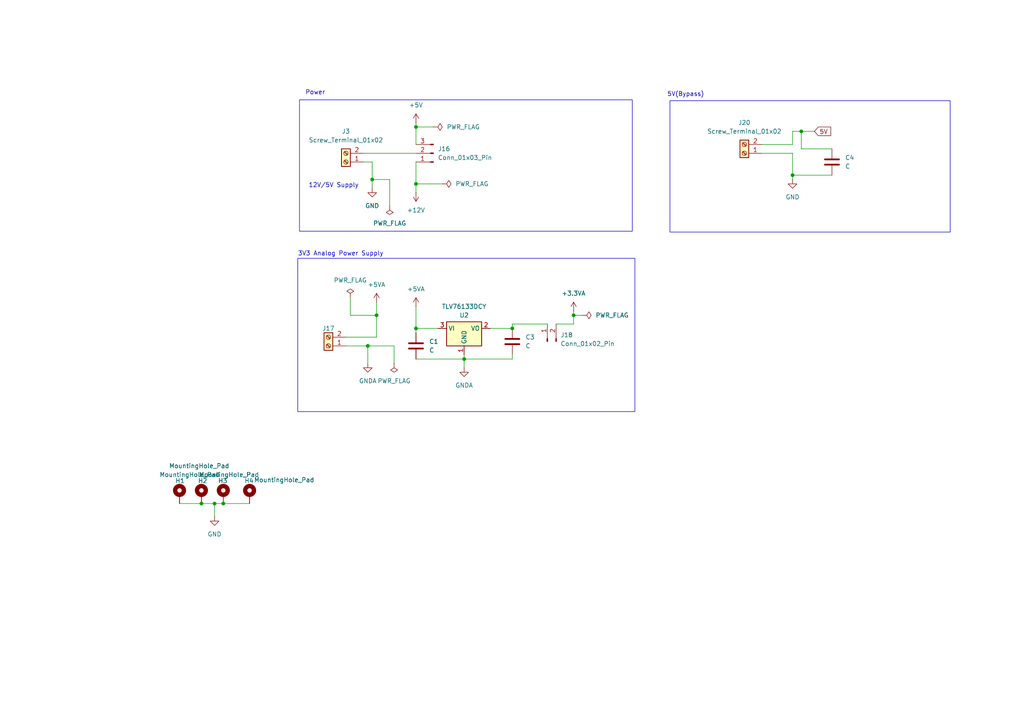
<source format=kicad_sch>
(kicad_sch (version 20231120) (generator "eeschema") (generator_version "8.0")
  (paper "A4")
  (lib_symbols
    (symbol "Connector:Conn_01x02_Pin" (pin_names (offset 1.016) hide)
      (property "Reference" "J" (at 0 2.54 0))
      (property "Value" "Conn_01x02_Pin" (at 0 -5.08 0))
      (symbol "Conn_01x02_Pin_1_1"
        (polyline (pts (xy 1.27 -2.54) (xy 0.8636 -2.54)) (stroke (width 0.1524)))
        (polyline (pts (xy 1.27 0) (xy 0.8636 0)) (stroke (width 0.1524)))
        (rectangle (start 0.8636 -2.413) (end 0 -2.667) (stroke (width 0.1524)) (fill (type outline)))
        (rectangle (start 0.8636 0.127) (end 0 -0.127) (stroke (width 0.1524)) (fill (type outline)))
        (pin passive line (at 5.08 0 180) (length 3.81) (name "Pin_1") (number "1"))
        (pin passive line (at 5.08 -2.54 180) (length 3.81) (name "Pin_2") (number "2"))
      )
    )
    (symbol "Connector:Conn_01x03_Pin" (pin_names (offset 1.016) hide)
      (property "Reference" "J" (at 0 5.08 0))
      (property "Value" "Conn_01x03_Pin" (at 0 -5.08 0))
      (symbol "Conn_01x03_Pin_1_1"
        (polyline (pts (xy 1.27 -2.54) (xy 0.8636 -2.54)) (stroke (width 0.1524)))
        (polyline (pts (xy 1.27 0) (xy 0.8636 0)) (stroke (width 0.1524)))
        (polyline (pts (xy 1.27 2.54) (xy 0.8636 2.54)) (stroke (width 0.1524)))
        (rectangle (start 0.8636 -2.413) (end 0 -2.667) (stroke (width 0.1524)) (fill (type outline)))
        (rectangle (start 0.8636 0.127) (end 0 -0.127) (stroke (width 0.1524)) (fill (type outline)))
        (rectangle (start 0.8636 2.667) (end 0 2.413) (stroke (width 0.1524)) (fill (type outline)))
        (pin passive line (at 5.08 2.54 180) (length 3.81) (name "Pin_1") (number "1"))
        (pin passive line (at 5.08 0 180) (length 3.81) (name "Pin_2") (number "2"))
        (pin passive line (at 5.08 -2.54 180) (length 3.81) (name "Pin_3") (number "3"))
      )
    )
    (symbol "Connector:Screw_Terminal_01x02" (pin_names (offset 1.016) hide)
      (property "Reference" "J" (at 0 2.54 0))
      (property "Value" "Screw_Terminal_01x02" (at 0 -5.08 0))
      (symbol "Screw_Terminal_01x02_1_1"
        (rectangle (start -1.27 1.27) (end 1.27 -3.81) (stroke (width 0.254)) (fill (type background)))
        (circle (center 0 -2.54) (radius 0.635) (stroke (width 0.1524)))
        (polyline (pts (xy -0.5334 -2.2098) (xy 0.3302 -3.048)) (stroke (width 0.1524)))
        (polyline (pts (xy -0.5334 0.3302) (xy 0.3302 -0.508)) (stroke (width 0.1524)))
        (polyline (pts (xy -0.3556 -2.032) (xy 0.508 -2.8702)) (stroke (width 0.1524)))
        (polyline (pts (xy -0.3556 0.508) (xy 0.508 -0.3302)) (stroke (width 0.1524)))
        (circle (center 0 0) (radius 0.635) (stroke (width 0.1524)))
        (pin passive line (at -5.08 0 0) (length 3.81) (name "Pin_1") (number "1"))
        (pin passive line (at -5.08 -2.54 0) (length 3.81) (name "Pin_2") (number "2"))
      )
    )
    (symbol "Device:C" (pin_numbers hide) (pin_names (offset 0.254))
      (property "Reference" "C" (at 0.635 2.54 0))
      (property "Value" "C" (at 0.635 -2.54 0))
      (symbol "C_0_1"
        (polyline (pts (xy -2.032 -0.762) (xy 2.032 -0.762)) (stroke (width 0.508)))
        (polyline (pts (xy -2.032 0.762) (xy 2.032 0.762)) (stroke (width 0.508)))
      )
      (symbol "C_1_1"
        (pin passive line (at 0 3.81 270) (length 2.794) (name "~") (number "1"))
        (pin passive line (at 0 -3.81 90) (length 2.794) (name "~") (number "2"))
      )
    )
    (symbol "Mechanical:MountingHole_Pad" (pin_numbers hide) (pin_names (offset 1.016) hide) (exclude_from_sim yes) (in_bom no)
      (property "Reference" "H" (at 0 6.35 0))
      (property "Value" "MountingHole_Pad" (at 0 4.445 0))
      (symbol "MountingHole_Pad_0_1"
        (circle (center 0 1.27) (radius 1.27) (stroke (width 1.27)))
      )
      (symbol "MountingHole_Pad_1_1"
        (pin input line (at 0 -2.54 90) (length 2.54) (name "1") (number "1"))
      )
    )
    (symbol "Regulator_Linear:TLV76133DCY"
      (property "Reference" "U" (at -7.62 6.35 0))
      (property "Value" "TLV76133DCY" (at -1.27 6.35 0))
      (symbol "TLV76133DCY_0_1"
        (rectangle (start -5.08 -5.08) (end 5.08 1.905) (stroke (width 0.254)) (fill (type background)))
      )
      (symbol "TLV76133DCY_1_1"
        (pin power_in line (at 0 -7.62 90) (length 2.54) (name "GND") (number "1"))
        (pin power_out line (at 7.62 0 180) (length 2.54) (name "VO") (number "2"))
        (pin power_in line (at -7.62 0 0) (length 2.54) (name "VI") (number "3"))
      )
    )
    (symbol "power:+12V" (power) (pin_numbers hide) (pin_names (offset 0) hide)
      (property "Value" "+12V" (at 0 3.556 0))
      (symbol "+12V_0_1"
        (polyline (pts (xy -0.762 1.27) (xy 0 2.54)))
        (polyline (pts (xy 0 0) (xy 0 2.54)))
        (polyline (pts (xy 0 2.54) (xy 0.762 1.27)))
      )
      (symbol "+12V_1_1"
        (pin power_in line (at 0 0 90) (length 0) (name "~") (number "1"))
      )
    )
    (symbol "power:+3.3VA" (power) (pin_numbers hide) (pin_names (offset 0) hide)
      (property "Value" "+3.3VA" (at 0 3.556 0))
      (symbol "+3.3VA_0_1"
        (polyline (pts (xy -0.762 1.27) (xy 0 2.54)))
        (polyline (pts (xy 0 0) (xy 0 2.54)))
        (polyline (pts (xy 0 2.54) (xy 0.762 1.27)))
      )
      (symbol "+3.3VA_1_1"
        (pin power_in line (at 0 0 90) (length 0) (name "~") (number "1"))
      )
    )
    (symbol "power:+5V" (power) (pin_numbers hide) (pin_names (offset 0) hide)
      (property "Value" "+5V" (at 0 3.556 0))
      (symbol "+5V_0_1"
        (polyline (pts (xy -0.762 1.27) (xy 0 2.54)))
        (polyline (pts (xy 0 0) (xy 0 2.54)))
        (polyline (pts (xy 0 2.54) (xy 0.762 1.27)))
      )
      (symbol "+5V_1_1"
        (pin power_in line (at 0 0 90) (length 0) (name "~") (number "1"))
      )
    )
    (symbol "power:+5VA" (power) (pin_numbers hide) (pin_names (offset 0) hide)
      (property "Value" "+5VA" (at 0 3.556 0))
      (symbol "+5VA_0_1"
        (polyline (pts (xy -0.762 1.27) (xy 0 2.54)))
        (polyline (pts (xy 0 0) (xy 0 2.54)))
        (polyline (pts (xy 0 2.54) (xy 0.762 1.27)))
      )
      (symbol "+5VA_1_1"
        (pin power_in line (at 0 0 90) (length 0) (name "~") (number "1"))
      )
    )
    (symbol "power:GND" (power) (pin_numbers hide) (pin_names (offset 0) hide)
      (property "Value" "GND" (at 0 -3.81 0))
      (symbol "GND_0_1"
        (polyline (pts (xy 0 0) (xy 0 -1.27) (xy 1.27 -1.27) (xy 0 -2.54) (xy -1.27 -1.27) (xy 0 -1.27)))
      )
      (symbol "GND_1_1"
        (pin power_in line (at 0 0 270) (length 0) (name "~") (number "1"))
      )
    )
    (symbol "power:GNDA" (power) (pin_numbers hide) (pin_names (offset 0) hide)
      (property "Value" "GNDA" (at 0 -3.81 0))
      (symbol "GNDA_0_1"
        (polyline (pts (xy 0 0) (xy 0 -1.27) (xy 1.27 -1.27) (xy 0 -2.54) (xy -1.27 -1.27) (xy 0 -1.27)))
      )
      (symbol "GNDA_1_1"
        (pin power_in line (at 0 0 270) (length 0) (name "~") (number "1"))
      )
    )
    (symbol "power:PWR_FLAG" (power) (pin_numbers hide) (pin_names (offset 0) hide)
      (property "Value" "PWR_FLAG" (at 0 3.81 0))
      (symbol "PWR_FLAG_0_0"
        (pin power_out line (at 0 0 90) (length 0) (name "~") (number "1"))
      )
      (symbol "PWR_FLAG_0_1"
        (polyline (pts (xy 0 0) (xy 0 1.27) (xy -1.016 1.905) (xy 0 2.54) (xy 1.016 1.905) (xy 0 1.27)))
      )
    )
  )
  (junction (at 148.59 95.25))
  (junction (at 120.65 36.83))
  (junction (at 232.41 38.1))
  (junction (at 134.62 104.14))
  (junction (at 58.42 146.05))
  (junction (at 62.23 146.05))
  (junction (at 109.22 91.44))
  (junction (at 107.95 52.07))
  (junction (at 229.87 50.8))
  (junction (at 120.65 95.25))
  (junction (at 166.37 91.44))
  (junction (at 106.68 100.33))
  (junction (at 120.65 53.34))
  (junction (at 64.77 146.05))
  (wire (pts (xy 120.65 88.9) (xy 120.65 95.25)))
  (wire (pts (xy 120.65 36.83) (xy 125.73 36.83)))
  (wire (pts (xy 113.03 52.07) (xy 107.95 52.07)))
  (wire (pts (xy 106.68 100.33) (xy 106.68 105.41)))
  (wire (pts (xy 229.87 50.8) (xy 241.3 50.8)))
  (wire (pts (xy 166.37 91.44) (xy 166.37 93.98)))
  (wire (pts (xy 120.65 104.14) (xy 134.62 104.14)))
  (wire (pts (xy 62.23 146.05) (xy 62.23 149.86)))
  (wire (pts (xy 148.59 102.87) (xy 148.59 104.14)))
  (wire (pts (xy 100.33 100.33) (xy 106.68 100.33)))
  (wire (pts (xy 158.75 93.98) (xy 148.59 93.98)))
  (wire (pts (xy 166.37 91.44) (xy 168.91 91.44)))
  (wire (pts (xy 134.62 104.14) (xy 134.62 106.68)))
  (wire (pts (xy 232.41 38.1) (xy 236.22 38.1)))
  (wire (pts (xy 109.22 91.44) (xy 109.22 97.79)))
  (wire (pts (xy 232.41 43.18) (xy 232.41 38.1)))
  (wire (pts (xy 120.65 36.83) (xy 120.65 41.91)))
  (wire (pts (xy 109.22 97.79) (xy 100.33 97.79)))
  (wire (pts (xy 101.6 86.36) (xy 101.6 91.44)))
  (wire (pts (xy 229.87 38.1) (xy 232.41 38.1)))
  (wire (pts (xy 52.07 146.05) (xy 58.42 146.05)))
  (wire (pts (xy 107.95 46.99) (xy 107.95 52.07)))
  (wire (pts (xy 148.59 93.98) (xy 148.59 95.25)))
  (wire (pts (xy 134.62 104.14) (xy 134.62 102.87)))
  (wire (pts (xy 64.77 146.05) (xy 72.39 146.05)))
  (wire (pts (xy 101.6 91.44) (xy 109.22 91.44)))
  (wire (pts (xy 113.03 59.69) (xy 113.03 52.07)))
  (wire (pts (xy 58.42 146.05) (xy 62.23 146.05)))
  (wire (pts (xy 120.65 46.99) (xy 120.65 53.34)))
  (wire (pts (xy 62.23 146.05) (xy 64.77 146.05)))
  (wire (pts (xy 120.65 53.34) (xy 128.27 53.34)))
  (wire (pts (xy 241.3 43.18) (xy 232.41 43.18)))
  (wire (pts (xy 105.41 44.45) (xy 120.65 44.45)))
  (wire (pts (xy 120.65 35.56) (xy 120.65 36.83)))
  (wire (pts (xy 114.3 100.33) (xy 106.68 100.33)))
  (wire (pts (xy 166.37 90.17) (xy 166.37 91.44)))
  (wire (pts (xy 229.87 41.91) (xy 229.87 38.1)))
  (wire (pts (xy 109.22 87.63) (xy 109.22 91.44)))
  (wire (pts (xy 161.29 93.98) (xy 166.37 93.98)))
  (wire (pts (xy 148.59 104.14) (xy 134.62 104.14)))
  (wire (pts (xy 107.95 52.07) (xy 107.95 54.61)))
  (wire (pts (xy 220.98 41.91) (xy 229.87 41.91)))
  (wire (pts (xy 107.95 46.99) (xy 105.41 46.99)))
  (wire (pts (xy 229.87 50.8) (xy 229.87 52.07)))
  (wire (pts (xy 114.3 105.41) (xy 114.3 100.33)))
  (wire (pts (xy 229.87 44.45) (xy 229.87 50.8)))
  (wire (pts (xy 120.65 95.25) (xy 127 95.25)))
  (wire (pts (xy 142.24 95.25) (xy 148.59 95.25)))
  (wire (pts (xy 120.65 53.34) (xy 120.65 55.88)))
  (wire (pts (xy 120.65 95.25) (xy 120.65 96.52)))
  (wire (pts (xy 220.98 44.45) (xy 229.87 44.45)))
  (rectangle (start 86.868 28.956) (end 183.388 67.056))
  (rectangle (start 194.31 29.21) (end 275.59 67.31))
  (rectangle (start 86.36 74.93) (end 184.15 119.38))
  (text "5V(Bypass)" (at 198.882 27.432 0) (effects (font (size 1.27 1.27))))
  (text "12V/5V Supply\n" (at 96.774 53.848 0) (effects (font (size 1.27 1.27))))
  (text "Power\n" (at 91.44 26.924 0) (effects (font (size 1.27 1.27))))
  (text "3V3 Analog Power Supply" (at 98.806 73.66 0) (effects (font (size 1.27 1.27))))
  (global_label "5V" (shape input) (at 236.22 38.1 0) (property "Intersheetrefs" "${INTERSHEET_REFS}" (effects (hide yes))))
  (symbol (lib_id "power:GNDA") (at 134.62 106.68 0) (unit 1)
    (property "Reference" "#PWR016" (effects (hide yes)))
    (property "Value" "GNDA" (at 134.62 111.76 0))
    (property "Description" "Power symbol creates a global label with name \"GNDA\" , analog ground" (effects (hide yes)))
  )
  (symbol (lib_id "Connector:Screw_Terminal_01x02") (at 100.33 46.99 180) (unit 1)
    (property "Reference" "J3" (at 100.33 38.1 0))
    (property "Value" "Screw_Terminal_01x02" (at 100.33 40.64 0))
    (property "Footprint" "TerminalBlock_Phoenix:TerminalBlock_Phoenix_MKDS-1,5-2-5.08_1x02_P5.08mm_Horizontal" (effects (hide yes)))
    (property "Description" "Generic screw terminal, single row, 01x02, script generated (kicad-library-utils/schlib/autogen/connector/)" (effects (hide yes)))
  )
  (symbol (lib_id "power:+5V") (at 120.65 35.56 0) (unit 1)
    (property "Reference" "#PWR07" (effects (hide yes)))
    (property "Value" "+5V" (at 120.65 30.48 0))
    (property "Description" "Power symbol creates a global label with name \"+5V\"" (effects (hide yes)))
  )
  (symbol (lib_id "power:GND") (at 229.87 52.07 0) (unit 1)
    (property "Reference" "#PWR017" (effects (hide yes)))
    (property "Value" "GND" (at 229.87 57.15 0))
    (property "Description" "Power symbol creates a global label with name \"GND\" , ground" (effects (hide yes)))
  )
  (symbol (lib_id "Connector:Screw_Terminal_01x02") (at 215.9 44.45 180) (unit 1)
    (property "Reference" "J20" (at 215.9 35.56 0))
    (property "Value" "Screw_Terminal_01x02" (at 215.9 38.1 0))
    (property "Footprint" "TerminalBlock_Phoenix:TerminalBlock_Phoenix_MKDS-1,5-2-5.08_1x02_P5.08mm_Horizontal" (effects (hide yes)))
    (property "Description" "Generic screw terminal, single row, 01x02, script generated (kicad-library-utils/schlib/autogen/connector/)" (effects (hide yes)))
  )
  (symbol (lib_id "Device:C") (at 241.3 46.99 0) (unit 1)
    (property "Reference" "C4" (at 245.11 45.7199 0) (effects (justify left)))
    (property "Value" "C" (at 245.11 48.2599 0) (effects (justify left)))
    (property "Footprint" "Capacitor_THT:CP_Radial_D12.5mm_P7.50mm" (effects (hide yes)))
    (property "Description" "Unpolarized capacitor" (effects (hide yes)))
  )
  (symbol (lib_id "Mechanical:MountingHole_Pad") (at 72.39 143.51 0) (unit 1) (exclude_from_sim yes) (in_bom no)
    (property "Reference" "H4" (at 70.866 139.446 0) (effects (justify left)))
    (property "Value" "MountingHole_Pad" (at 73.66 139.192 0) (effects (justify left)))
    (property "Footprint" "MountingHole:MountingHole_3.2mm_M3_ISO7380_Pad" (effects (hide yes)))
    (property "Description" "Mounting Hole with connection" (effects (hide yes)))
  )
  (symbol (lib_id "Connector:Conn_01x02_Pin") (at 158.75 99.06 90) (unit 1)
    (property "Reference" "J18" (at 162.56 97.1549 90) (effects (justify right)))
    (property "Value" "Conn_01x02_Pin" (at 162.56 99.6949 90) (effects (justify right)))
    (property "Footprint" "Connector_PinHeader_2.54mm:PinHeader_1x02_P2.54mm_Vertical" (effects (hide yes)))
    (property "Description" "Generic connector, single row, 01x02, script generated" (effects (hide yes)))
  )
  (symbol (lib_id "Mechanical:MountingHole_Pad") (at 58.42 143.51 0) (unit 1) (exclude_from_sim yes) (in_bom no)
    (property "Reference" "H2" (at 57.404 139.446 0) (effects (justify left)))
    (property "Value" "MountingHole_Pad" (at 49.022 135.128 0) (effects (justify left)))
    (property "Footprint" "MountingHole:MountingHole_3.2mm_M3_ISO7380_Pad" (effects (hide yes)))
    (property "Description" "Mounting Hole with connection" (effects (hide yes)))
  )
  (symbol (lib_id "Device:C") (at 120.65 100.33 0) (unit 1)
    (property "Reference" "C1" (at 124.46 99.0599 0) (effects (justify left)))
    (property "Value" "C" (at 124.46 101.5999 0) (effects (justify left)))
    (property "Footprint" "Capacitor_THT:CP_Radial_D12.5mm_P7.50mm" (effects (hide yes)))
    (property "Description" "Unpolarized capacitor" (effects (hide yes)))
  )
  (symbol (lib_id "power:+5VA") (at 120.65 88.9 0) (unit 1)
    (property "Reference" "#PWR014" (effects (hide yes)))
    (property "Value" "+5VA" (at 120.65 83.82 0))
    (property "Description" "Power symbol creates a global label with name \"+5VA\"" (effects (hide yes)))
  )
  (symbol (lib_id "power:+12V") (at 120.65 55.88 180) (unit 1)
    (property "Reference" "#PWR02" (effects (hide yes)))
    (property "Value" "+12V" (at 120.65 60.96 0))
    (property "Description" "Power symbol creates a global label with name \"+12V\"" (effects (hide yes)))
  )
  (symbol (lib_id "Device:C") (at 148.59 99.06 0) (unit 1)
    (property "Reference" "C3" (at 152.4 97.7899 0) (effects (justify left)))
    (property "Value" "C" (at 152.4 100.3299 0) (effects (justify left)))
    (property "Footprint" "Capacitor_THT:CP_Radial_D12.5mm_P7.50mm" (effects (hide yes)))
    (property "Description" "Unpolarized capacitor" (effects (hide yes)))
  )
  (symbol (lib_id "power:PWR_FLAG") (at 114.3 105.41 180) (unit 1)
    (property "Reference" "#FLG05" (effects (hide yes)))
    (property "Value" "PWR_FLAG" (at 114.3 110.49 0))
    (property "Description" "Special symbol for telling ERC where power comes from" (effects (hide yes)))
  )
  (symbol (lib_id "Mechanical:MountingHole_Pad") (at 52.07 143.51 0) (mirror y) (unit 1) (exclude_from_sim yes) (in_bom no)
    (property "Reference" "H1" (at 53.594 139.446 0) (effects (justify left)))
    (property "Value" "MountingHole_Pad" (at 63.754 137.668 0) (effects (justify left)))
    (property "Footprint" "MountingHole:MountingHole_3.2mm_M3_ISO7380_Pad" (effects (hide yes)))
    (property "Description" "Mounting Hole with connection" (effects (hide yes)))
  )
  (symbol (lib_id "power:+5VA") (at 109.22 87.63 0) (unit 1)
    (property "Reference" "#PWR012" (effects (hide yes)))
    (property "Value" "+5VA" (at 109.22 82.55 0))
    (property "Description" "Power symbol creates a global label with name \"+5VA\"" (effects (hide yes)))
  )
  (symbol (lib_id "power:GND") (at 62.23 149.86 0) (mirror y) (unit 1)
    (property "Reference" "#PWR01" (effects (hide yes)))
    (property "Value" "GND" (at 62.23 154.94 0))
    (property "Description" "Power symbol creates a global label with name \"GND\" , ground" (effects (hide yes)))
  )
  (symbol (lib_id "power:GNDA") (at 106.68 105.41 0) (unit 1)
    (property "Reference" "#PWR013" (effects (hide yes)))
    (property "Value" "GNDA" (at 106.68 110.49 0))
    (property "Description" "Power symbol creates a global label with name \"GNDA\" , analog ground" (effects (hide yes)))
  )
  (symbol (lib_id "power:GND") (at 107.95 54.61 0) (unit 1)
    (property "Reference" "#PWR04" (effects (hide yes)))
    (property "Value" "GND" (at 107.95 59.69 0))
    (property "Description" "Power symbol creates a global label with name \"GND\" , ground" (effects (hide yes)))
  )
  (symbol (lib_id "power:+3.3VA") (at 166.37 90.17 0) (unit 1)
    (property "Reference" "#PWR015" (effects (hide yes)))
    (property "Value" "+3.3VA" (at 166.37 85.09 0))
    (property "Description" "Power symbol creates a global label with name \"+3.3VA\"" (effects (hide yes)))
  )
  (symbol (lib_id "power:PWR_FLAG") (at 101.6 86.36 0) (unit 1)
    (property "Reference" "#FLG03" (effects (hide yes)))
    (property "Value" "PWR_FLAG" (at 101.6 81.28 0))
    (property "Description" "Special symbol for telling ERC where power comes from" (effects (hide yes)))
  )
  (symbol (lib_id "power:PWR_FLAG") (at 168.91 91.44 270) (unit 1)
    (property "Reference" "#FLG04" (effects (hide yes)))
    (property "Value" "PWR_FLAG" (at 172.72 91.4399 90) (effects (justify left)))
    (property "Description" "Special symbol for telling ERC where power comes from" (effects (hide yes)))
  )
  (symbol (lib_id "power:PWR_FLAG") (at 125.73 36.83 270) (unit 1)
    (property "Reference" "#FLG06" (effects (hide yes)))
    (property "Value" "PWR_FLAG" (at 129.54 36.8299 90) (effects (justify left)))
    (property "Description" "Special symbol for telling ERC where power comes from" (effects (hide yes)))
  )
  (symbol (lib_id "Mechanical:MountingHole_Pad") (at 64.77 143.51 0) (unit 1) (exclude_from_sim yes) (in_bom no)
    (property "Reference" "H3" (at 63.246 139.446 0) (effects (justify left)))
    (property "Value" "MountingHole_Pad" (at 57.658 137.668 0) (effects (justify left)))
    (property "Footprint" "MountingHole:MountingHole_3.2mm_M3_ISO7380_Pad" (effects (hide yes)))
    (property "Description" "Mounting Hole with connection" (effects (hide yes)))
  )
  (symbol (lib_id "power:PWR_FLAG") (at 113.03 59.69 180) (unit 1)
    (property "Reference" "#FLG02" (effects (hide yes)))
    (property "Value" "PWR_FLAG" (at 113.03 64.77 0))
    (property "Description" "Special symbol for telling ERC where power comes from" (effects (hide yes)))
  )
  (symbol (lib_id "power:PWR_FLAG") (at 128.27 53.34 270) (unit 1)
    (property "Reference" "#FLG01" (effects (hide yes)))
    (property "Value" "PWR_FLAG" (at 132.08 53.3399 90) (effects (justify left)))
    (property "Description" "Special symbol for telling ERC where power comes from" (effects (hide yes)))
  )
  (symbol (lib_id "Connector:Conn_01x03_Pin") (at 125.73 44.45 180) (unit 1)
    (property "Reference" "J16" (at 127 43.1799 0) (effects (justify right)))
    (property "Value" "Conn_01x03_Pin" (at 127 45.7199 0) (effects (justify right)))
    (property "Footprint" "Connector_PinHeader_2.54mm:PinHeader_1x03_P2.54mm_Vertical" (effects (hide yes)))
    (property "Description" "Generic connector, single row, 01x03, script generated" (effects (hide yes)))
  )
  (symbol (lib_id "Connector:Screw_Terminal_01x02") (at 95.25 100.33 180) (unit 1)
    (property "Reference" "J17" (at 95.25 95.25 0))
    (property "Value" "Screw_Terminal_01x02" (effects (hide yes)))
    (property "Footprint" "TerminalBlock_Phoenix:TerminalBlock_Phoenix_MKDS-1,5-2-5.08_1x02_P5.08mm_Horizontal" (effects (hide yes)))
    (property "Description" "Generic screw terminal, single row, 01x02, script generated (kicad-library-utils/schlib/autogen/connector/)" (effects (hide yes)))
  )
  (symbol (lib_id "Regulator_Linear:TLV76133DCY") (at 134.62 95.25 0) (unit 1)
    (property "Reference" "U2" (at 134.62 91.44 0))
    (property "Value" "TLV76133DCY" (at 134.62 88.9 0))
    (property "Footprint" "Package_TO_SOT_SMD:SOT-223-3_TabPin2" (effects (hide yes)))
    (property "Datasheet" "https://www.ti.com/lit/ds/symlink/tlv761.pdf" (effects (hide yes)))
    (property "Description" "3.3V, 1A, Low Noise, High-PSRR LDO Regulator, 2.5V...16V input, SOT-223" (effects (hide yes)))
  )
  (sheet (at 15.24 222.25) (size 99.06 72.39) (stroke (width 0.1524))
    (property "Sheetname" "Pheripherals" (at 15.24 221.5384 0) (effects (justify left bottom)))
    (property "Sheetfile" "untitled.kicad_sch" (at 15.24 295.2246 0) (effects (justify left top)))
  )
  (sheet (at 137.16 227.33) (size 120.65 66.04) (stroke (width 0.1524))
    (property "Sheetname" "Connection" (at 137.16 226.6184 0) (effects (justify left bottom)))
    (property "Sheetfile" "Connection.kicad_sch" (at 137.16 293.9546 0) (effects (justify left top)))
  )
  (sheet (at -86.36 219.71) (size 90.17 88.9) (stroke (width 0.1524))
    (property "Sheetname" "External Circuitry" (at -86.36 218.9984 0) (effects (justify left bottom)))
    (property "Sheetfile" "external_circuitry.kicad_sch" (at -86.36 309.1946 0) (effects (justify left top)))
  )
)
</source>
